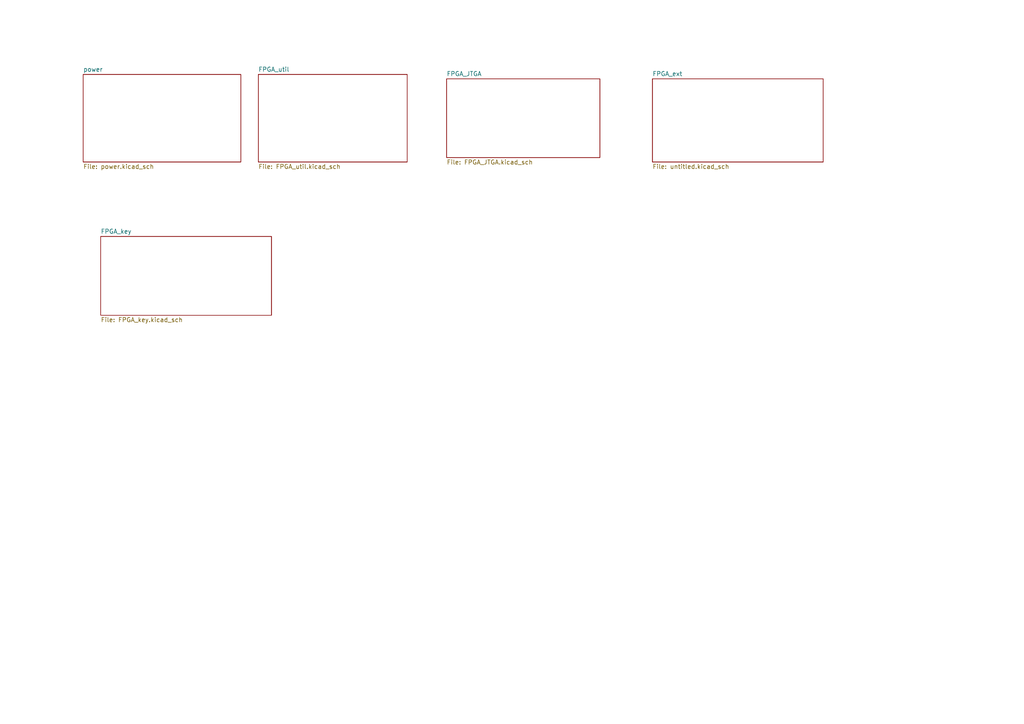
<source format=kicad_sch>
(kicad_sch (version 20230121) (generator eeschema)

  (uuid fc5871dc-46ba-4451-80f6-0ae8357c9dbd)

  (paper "A4")

  (lib_symbols
  )


  (sheet (at 189.23 22.86) (size 49.53 24.13) (fields_autoplaced)
    (stroke (width 0.1524) (type solid))
    (fill (color 0 0 0 0.0000))
    (uuid 1a004e55-f00b-444f-8024-c359555006de)
    (property "Sheetname" "FPGA_ext" (at 189.23 22.1484 0)
      (effects (font (size 1.27 1.27)) (justify left bottom))
    )
    (property "Sheetfile" "untitled.kicad_sch" (at 189.23 47.5746 0)
      (effects (font (size 1.27 1.27)) (justify left top))
    )
    (instances
      (project "Alarm"
        (path "/fc5871dc-46ba-4451-80f6-0ae8357c9dbd" (page "4"))
      )
    )
  )

  (sheet (at 74.93 21.59) (size 43.18 25.4) (fields_autoplaced)
    (stroke (width 0.1524) (type solid))
    (fill (color 0 0 0 0.0000))
    (uuid 398d1213-f017-41b2-b6a8-4fba4dec9be1)
    (property "Sheetname" "FPGA_util" (at 74.93 20.8784 0)
      (effects (font (size 1.27 1.27)) (justify left bottom))
    )
    (property "Sheetfile" "FPGA_util.kicad_sch" (at 74.93 47.5746 0)
      (effects (font (size 1.27 1.27)) (justify left top))
    )
    (instances
      (project "Alarm"
        (path "/fc5871dc-46ba-4451-80f6-0ae8357c9dbd" (page "3"))
      )
    )
  )

  (sheet (at 24.13 21.59) (size 45.72 25.4) (fields_autoplaced)
    (stroke (width 0.1524) (type solid))
    (fill (color 0 0 0 0.0000))
    (uuid 4a3ad070-b760-40cf-98fc-bd5e5b9a12e0)
    (property "Sheetname" "power" (at 24.13 20.8784 0)
      (effects (font (size 1.27 1.27)) (justify left bottom))
    )
    (property "Sheetfile" "power.kicad_sch" (at 24.13 47.5746 0)
      (effects (font (size 1.27 1.27)) (justify left top))
    )
    (instances
      (project "Alarm"
        (path "/fc5871dc-46ba-4451-80f6-0ae8357c9dbd" (page "2"))
      )
    )
  )

  (sheet (at 129.54 22.86) (size 44.45 22.86) (fields_autoplaced)
    (stroke (width 0.1524) (type solid))
    (fill (color 0 0 0 0.0000))
    (uuid 6a8ddf71-e894-4951-ba91-a5a5c76ce261)
    (property "Sheetname" "FPGA_JTGA" (at 129.54 22.1484 0)
      (effects (font (size 1.27 1.27)) (justify left bottom))
    )
    (property "Sheetfile" "FPGA_JTGA.kicad_sch" (at 129.54 46.3046 0)
      (effects (font (size 1.27 1.27)) (justify left top))
    )
    (instances
      (project "Alarm"
        (path "/fc5871dc-46ba-4451-80f6-0ae8357c9dbd" (page "6"))
      )
    )
  )

  (sheet (at 29.21 68.58) (size 49.53 22.86) (fields_autoplaced)
    (stroke (width 0.1524) (type solid))
    (fill (color 0 0 0 0.0000))
    (uuid 8875b697-b1b1-41a9-86f0-5c9cc82decb5)
    (property "Sheetname" "FPGA_key" (at 29.21 67.8684 0)
      (effects (font (size 1.27 1.27)) (justify left bottom))
    )
    (property "Sheetfile" "FPGA_key.kicad_sch" (at 29.21 92.0246 0)
      (effects (font (size 1.27 1.27)) (justify left top))
    )
    (instances
      (project "Alarm"
        (path "/fc5871dc-46ba-4451-80f6-0ae8357c9dbd" (page "5"))
      )
    )
  )

  (sheet_instances
    (path "/" (page "1"))
  )
)

</source>
